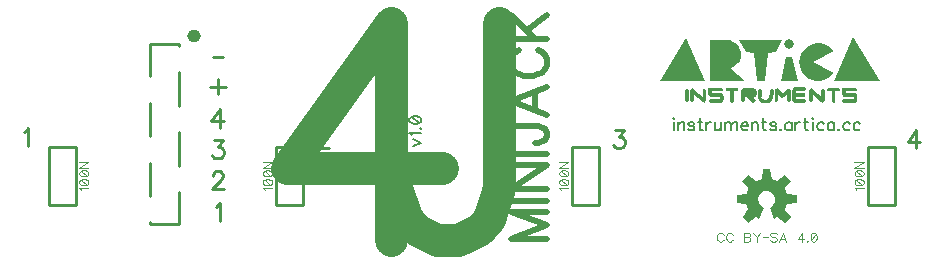
<source format=gbr>
G04 DipTrace 3.3.1.3*
G04 TopSilk.gbr*
%MOIN*%
G04 #@! TF.FileFunction,Legend,Top*
G04 #@! TF.Part,Single*
%ADD10C,0.009843*%
%ADD17O,0.04467X0.043737*%
%ADD19C,0.015584*%
%ADD20C,0.032777*%
%ADD21C,0.012511*%
%ADD22C,0.012511*%
%ADD23C,0.012438*%
%ADD24C,0.012438*%
%ADD25C,0.013974*%
%ADD26O,0.015584X0.014044*%
%ADD27O,0.026485X0.032763*%
%ADD28O,0.007829X0.006247*%
%ADD29C,0.014047*%
%ADD30O,0.015657X0.014044*%
%ADD31O,0.012438X0.014044*%
%ADD32O,0.012438X0.010921*%
%ADD44C,0.004632*%
%ADD45C,0.009264*%
%ADD46C,0.111163*%
%ADD47C,0.006176*%
%ADD48C,0.018527*%
%FSLAX26Y26*%
G04*
G70*
G90*
G75*
G01*
G04 TopSilk*
%LPD*%
X1045060Y843097D2*
D10*
X955060D1*
Y651097D1*
X1045060D1*
Y843097D1*
X1801092D2*
X1711092D1*
Y651097D1*
X1801092D1*
Y843097D1*
X2788581D2*
X2698581D1*
Y651097D1*
X2788581D1*
Y843097D1*
X3772961D2*
X3682961D1*
Y651097D1*
X3772961D1*
Y843097D1*
D17*
X1435967Y1213958D3*
X1289612Y680238D2*
D10*
Y790524D1*
Y585940D2*
Y593673D1*
Y585940D2*
X1387666D1*
Y692131D1*
Y778696D2*
Y892816D1*
X1289612Y880274D2*
Y990559D1*
X1387666Y978666D2*
Y1092852D1*
X1289612Y1080374D2*
Y1185850D1*
X1387666Y1178832D2*
Y1185850D1*
X1289612D1*
D19*
X3159050Y1033347D3*
G36*
X2992126Y1062987D2*
X3076484Y1206753D1*
X3142112Y1062987D1*
X2992126D1*
G37*
G36*
X3155940Y1200262D2*
X3215203D1*
X3223032Y1198712D1*
X3233933Y1194038D1*
X3241762Y1189363D1*
X3249517Y1183117D1*
X3254200Y1176870D1*
X3258882Y1167522D1*
X3260419Y1159702D1*
X3262028Y1148803D1*
X3260419Y1139433D1*
X3255736Y1128512D1*
X3249517Y1122265D1*
X3241762Y1116040D1*
X3232397Y1111344D1*
X3224568Y1108243D1*
X3272930Y1062987D1*
X3155940D1*
Y1200262D1*
G37*
G36*
X3254200D2*
X3397747D1*
X3377481Y1161275D1*
X3349386Y1156601D1*
X3340021Y1064559D1*
X3313462D1*
X3304097Y1156601D1*
X3276076Y1161275D1*
X3254200Y1200262D1*
G37*
G36*
X3411795Y1142556D2*
X3432061D1*
X3452328Y1062987D1*
X3393065D1*
X3411795Y1142556D1*
G37*
G36*
X3569317Y1089502D2*
X3500689Y1126961D1*
X3569317Y1162825D1*
X3559952Y1173746D1*
X3550587Y1179993D1*
X3538149Y1186240D1*
X3525638Y1189363D1*
X3511591D1*
X3499153Y1186240D1*
X3486642Y1181544D1*
X3475740Y1173746D1*
X3466375Y1162825D1*
X3460156Y1151905D1*
X3457010Y1139433D1*
X3455474Y1126961D1*
X3457010Y1112917D1*
X3460156Y1100423D1*
X3467912Y1087952D1*
X3477277Y1078604D1*
X3488178Y1070784D1*
X3500689Y1066110D1*
X3511591Y1062987D1*
X3525638D1*
X3538149Y1066110D1*
X3552197Y1072357D1*
X3569317Y1089502D1*
G37*
G36*
X3570854Y1064559D2*
X3634872Y1209633D1*
X3723766Y1062987D1*
X3570854Y1064559D1*
G37*
D20*
X3421892Y1185454D3*
G36*
X3074801Y1033347D2*
X3087312D1*
Y995910D1*
X3074801D1*
Y1033347D1*
G37*
D21*
X3081057Y1034909D3*
D22*
Y995910D3*
G36*
X3091995Y1033347D2*
X3104433D1*
Y995910D1*
X3091995D1*
Y1033347D1*
G37*
D23*
X3098214Y1034909D3*
D24*
Y995910D3*
G36*
X3132528Y1033347D2*
X3145039D1*
Y995910D1*
X3132528D1*
Y1033347D1*
G37*
D21*
X3138783Y1034909D3*
D22*
Y995910D3*
G36*
X3224568Y1031797D2*
X3237079D1*
Y994360D1*
X3224568D1*
Y1031797D1*
G37*
D21*
X3230824Y1033358D3*
Y994349D3*
D25*
X3195705Y1015404D3*
D26*
X3194900Y998258D3*
D19*
X3605204Y1033347D3*
G36*
X3212057Y1041145D2*
X3249517D1*
Y1028673D1*
X3212057D1*
Y1041145D1*
G37*
D21*
X3213630Y1034909D3*
D23*
X3247981D3*
G36*
X3262028Y1033347D2*
X3274466D1*
Y995910D1*
X3262028D1*
Y1033347D1*
G37*
D23*
X3268247Y1034909D3*
D24*
Y995910D3*
G36*
X3316609Y1033347D2*
X3329120D1*
Y1014629D1*
X3316609D1*
Y1033347D1*
G37*
D21*
X3322864Y1034909D3*
G36*
X3268247Y1041145D2*
X3302561D1*
Y1008382D1*
X3268247D1*
Y1041145D1*
G37*
G36*
X3357141Y1033347D2*
X3369652D1*
Y1019303D1*
X3357141D1*
Y1033347D1*
G37*
D21*
X3363397Y1034909D3*
D27*
X3300220Y1024763D3*
G36*
X3563098Y1031797D2*
X3575536D1*
Y994360D1*
X3563098D1*
Y1031797D1*
G37*
D23*
X3569317Y1033358D3*
Y994349D3*
G36*
X3550587Y1041145D2*
X3588047D1*
Y1028673D1*
X3550587D1*
Y1041145D1*
G37*
D21*
X3552160Y1034909D3*
X3586474D3*
G36*
X3430452Y1033347D2*
X3442963D1*
Y995910D1*
X3430452D1*
Y1033347D1*
G37*
D21*
X3436707Y1034909D3*
D22*
Y995910D3*
G36*
X3413331Y1033347D2*
X3425842D1*
Y995910D1*
X3413331D1*
Y1033347D1*
G37*
D21*
X3419587Y1034909D3*
D22*
Y995910D3*
G36*
X3372798Y1033347D2*
X3385236D1*
Y995910D1*
X3372798D1*
Y1033347D1*
G37*
D23*
X3379017Y1034909D3*
D24*
Y995910D3*
G36*
X3319755Y1017752D2*
X3329120D1*
Y1008382D1*
X3319755D1*
Y1017752D1*
G37*
D28*
X3398516Y1009955D3*
D29*
X3641896Y1015404D3*
D30*
X3641091Y998258D3*
G36*
X3606777Y1041145D2*
X3644237D1*
Y1028673D1*
X3606777D1*
Y1041145D1*
G37*
D23*
X3608314Y1034909D3*
D21*
X3642664D3*
G36*
X3602095Y1022426D2*
X3639555D1*
Y1011505D1*
X3602095D1*
Y1022426D1*
G37*
D31*
X3603631Y1018528D3*
G36*
X3602095Y1002157D2*
X3639555D1*
Y991236D1*
X3602095D1*
Y1002157D1*
G37*
G36*
X3098214Y1041145D2*
X3141893Y1002157D1*
X3140356Y989663D1*
X3134064Y992787D1*
X3098214Y1023999D1*
Y1041145D1*
G37*
G36*
X3486642Y1033347D2*
X3499153D1*
Y995910D1*
X3486642D1*
Y1033347D1*
G37*
D21*
X3492897Y1034909D3*
D22*
Y995910D3*
G36*
X3527175Y1033347D2*
X3539686D1*
Y995910D1*
X3527175D1*
Y1033347D1*
G37*
D21*
X3533430Y1034909D3*
D22*
Y995910D3*
G36*
X3492861Y1041145D2*
X3536540Y1002157D1*
X3535003Y989663D1*
X3528784Y992787D1*
X3492861Y1023999D1*
Y1041145D1*
G37*
G36*
X3160623D2*
X3198010D1*
Y1028673D1*
X3160623D1*
Y1041145D1*
G37*
D23*
X3162159Y1034909D3*
X3196473D3*
G36*
X3155940Y1022426D2*
X3193400D1*
Y1011505D1*
X3155940D1*
Y1022426D1*
G37*
D31*
X3157477Y1018528D3*
D32*
X3602095Y996697D3*
G36*
X3155940Y1002157D2*
X3193400D1*
Y991236D1*
X3155940D1*
Y1002157D1*
G37*
D32*
Y996697D3*
D23*
X3191791Y997472D3*
D22*
X3305670Y995910D3*
G36*
X3280758Y1009955D2*
X3301025Y991236D1*
X3310390Y1000584D1*
X3297879Y1013078D1*
X3280758Y1009955D1*
G37*
G36*
X3341557Y989663D2*
X3352459D1*
X3363433Y997483D1*
X3368116Y1008382D1*
X3369652Y1020876D1*
X3357141Y1022426D1*
X3355605Y1009955D1*
X3341557Y989663D1*
G37*
G36*
X3316609Y1020876D2*
Y1005281D1*
X3327510Y991236D1*
X3344704Y989663D1*
X3358751Y999034D1*
X3350922Y1003708D1*
X3344704Y1000584D1*
X3335339Y1002157D1*
X3316609Y1020876D1*
G37*
G36*
X3380554Y1041145D2*
X3399284Y1023999D1*
X3416477Y1039594D1*
X3422696Y1030224D1*
X3402430Y1009955D1*
X3394601D1*
X3380554Y1023999D1*
Y1041145D1*
G37*
G36*
X3151258Y1031797D2*
X3163696D1*
Y1019303D1*
X3151258D1*
Y1031797D1*
G37*
G36*
X3191791Y1013078D2*
X3202692D1*
Y999034D1*
X3191791D1*
Y1013078D1*
G37*
G36*
X3436744Y1042717D2*
X3474131D1*
Y1030224D1*
X3436744D1*
Y1042717D1*
G37*
D24*
X3438280Y1036471D3*
X3472594D3*
G36*
X3435134Y1022426D2*
X3472594D1*
Y1009955D1*
X3435134D1*
Y1022426D1*
G37*
D21*
X3436707Y1016190D3*
D23*
X3471058D3*
G36*
X3436744Y1002157D2*
X3474131D1*
Y989663D1*
X3436744D1*
Y1002157D1*
G37*
D24*
X3438280Y995910D3*
X3472594D3*
D21*
X3637982Y997472D3*
G36*
X3597412Y1031797D2*
X3609850D1*
Y1019303D1*
X3597412D1*
Y1031797D1*
G37*
G36*
X3637945Y1013078D2*
X3648920D1*
Y999034D1*
X3637945D1*
Y1013078D1*
G37*
G36*
X3332419Y769132D2*
X3358937D1*
X3363609Y737934D1*
X3382339Y730130D1*
X3407299Y750420D1*
X3427567Y730130D1*
X3407299Y705176D1*
X3415107Y688007D1*
X3446297Y683325D1*
Y655249D1*
X3415107Y652127D1*
X3407299Y633416D1*
X3426009Y608443D1*
X3407299Y589732D1*
X3382339Y608443D1*
X3371417Y603779D1*
X3355822Y641220D1*
X3366744Y650566D1*
X3374532Y661492D1*
Y673978D1*
X3371417Y684886D1*
X3362052Y692689D1*
X3351129Y697372D1*
X3338649D1*
X3327727Y691129D1*
X3321497Y681764D1*
X3318382Y669296D1*
X3321497Y656809D1*
X3329304Y645884D1*
X3337092Y641220D1*
X3321497Y603779D1*
X3310574Y608443D1*
X3285614Y589732D1*
X3266904Y608443D1*
X3285614Y634976D1*
X3277807Y652127D1*
X3246617Y655249D1*
Y683325D1*
X3279384Y686446D1*
X3285614Y705176D1*
X3265347Y730130D1*
X3285614Y748860D1*
X3310574Y730130D1*
X3329304Y736373D1*
X3332419Y769132D1*
G37*
X1061006Y699460D2*
D44*
X1059547Y702345D1*
X1055269Y706656D1*
X1085380D1*
X1055269Y724542D2*
X1056695Y720231D1*
X1061006Y717345D1*
X1068169Y715919D1*
X1072480D1*
X1079643Y717345D1*
X1083954Y720230D1*
X1085380Y724541D1*
Y727393D1*
X1083954Y731704D1*
X1079643Y734556D1*
X1072480Y736015D1*
X1068169D1*
X1061006Y734556D1*
X1056695Y731704D1*
X1055269Y727393D1*
Y724542D1*
X1061006Y734556D2*
X1079643Y717345D1*
X1055269Y753901D2*
X1056695Y749590D1*
X1061006Y746705D1*
X1068169Y745279D1*
X1072480D1*
X1079643Y746705D1*
X1083954Y749590D1*
X1085380Y753901D1*
Y756753D1*
X1083954Y761064D1*
X1079643Y763916D1*
X1072480Y765375D1*
X1068169D1*
X1061006Y763916D1*
X1056695Y761064D1*
X1055269Y756753D1*
Y753901D1*
X1061006Y763916D2*
X1079643Y746705D1*
X1055236Y794735D2*
X1085380Y794734D1*
X1055236Y774639D1*
X1085380Y774638D1*
X1672928Y699460D2*
X1671469Y702345D1*
X1667191Y706656D1*
X1697302D1*
X1667191Y724542D2*
X1668617Y720231D1*
X1672928Y717345D1*
X1680091Y715919D1*
X1684402D1*
X1691565Y717345D1*
X1695876Y720230D1*
X1697302Y724541D1*
Y727393D1*
X1695876Y731704D1*
X1691565Y734556D1*
X1684402Y736015D1*
X1680091D1*
X1672928Y734556D1*
X1668617Y731704D1*
X1667191Y727393D1*
Y724542D1*
X1672928Y734556D2*
X1691565Y717345D1*
X1667191Y753901D2*
X1668617Y749590D1*
X1672928Y746705D1*
X1680091Y745279D1*
X1684402D1*
X1691565Y746705D1*
X1695876Y749590D1*
X1697302Y753901D1*
Y756753D1*
X1695876Y761064D1*
X1691565Y763916D1*
X1684402Y765375D1*
X1680091D1*
X1672928Y763916D1*
X1668617Y761064D1*
X1667191Y756753D1*
Y753901D1*
X1672928Y763916D2*
X1691565Y746705D1*
X1667158Y794735D2*
X1697302Y794734D1*
X1667158Y774639D1*
X1697302Y774638D1*
X2660418Y699460D2*
X2658959Y702345D1*
X2654681Y706656D1*
X2684792D1*
X2654681Y724542D2*
X2656107Y720231D1*
X2660418Y717345D1*
X2667581Y715919D1*
X2671892D1*
X2679055Y717345D1*
X2683366Y720230D1*
X2684792Y724541D1*
Y727393D1*
X2683366Y731704D1*
X2679055Y734556D1*
X2671892Y736015D1*
X2667581D1*
X2660418Y734556D1*
X2656107Y731704D1*
X2654681Y727393D1*
Y724542D1*
X2660418Y734556D2*
X2679055Y717345D1*
X2654681Y753901D2*
X2656107Y749590D1*
X2660418Y746705D1*
X2667581Y745279D1*
X2671892D1*
X2679055Y746705D1*
X2683366Y749590D1*
X2684792Y753901D1*
Y756753D1*
X2683366Y761064D1*
X2679055Y763916D1*
X2671892Y765375D1*
X2667581D1*
X2660418Y763916D1*
X2656107Y761064D1*
X2654681Y756753D1*
Y753901D1*
X2660418Y763916D2*
X2679055Y746705D1*
X2654648Y794735D2*
X2684792Y794734D1*
X2654648Y774639D1*
X2684792Y774638D1*
X3644797Y699460D2*
X3643338Y702345D1*
X3639060Y706656D1*
X3669171D1*
X3639060Y724542D2*
X3640486Y720231D1*
X3644797Y717345D1*
X3651960Y715919D1*
X3656271D1*
X3663434Y717345D1*
X3667745Y720230D1*
X3669171Y724541D1*
Y727393D1*
X3667745Y731704D1*
X3663434Y734556D1*
X3656271Y736015D1*
X3651960D1*
X3644797Y734556D1*
X3640486Y731704D1*
X3639060Y727393D1*
Y724542D1*
X3644797Y734556D2*
X3663434Y717345D1*
X3639060Y753901D2*
X3640486Y749590D1*
X3644797Y746705D1*
X3651960Y745279D1*
X3656271D1*
X3663434Y746705D1*
X3667745Y749590D1*
X3669171Y753901D1*
Y756753D1*
X3667745Y761064D1*
X3663434Y763916D1*
X3656271Y765375D1*
X3651960D1*
X3644797Y763916D1*
X3640486Y761064D1*
X3639060Y756753D1*
Y753901D1*
X3644797Y763916D2*
X3663434Y746705D1*
X3639027Y794735D2*
X3669171Y794734D1*
X3639027Y774639D1*
X3669171Y774638D1*
X1499582Y747937D2*
D45*
Y750789D1*
X1502433Y756559D1*
X1505285Y759411D1*
X1511055Y762263D1*
X1522529D1*
X1528233Y759411D1*
X1531085Y756559D1*
X1534003Y750789D1*
Y745085D1*
X1531085Y739315D1*
X1525381Y730759D1*
X1496663Y702041D1*
X1536855D1*
X1500178Y1144643D2*
X1533339D1*
X1516726Y1070479D2*
Y1018813D1*
X1490926Y1044612D2*
X1542592D1*
X1523955Y908293D2*
Y968515D1*
X1495237Y928389D1*
X1538281D1*
X1502433Y865398D2*
X1533937D1*
X1516759Y842450D1*
X1525381D1*
X1531085Y839598D1*
X1533937Y836746D1*
X1536855Y828124D1*
Y822421D1*
X1533937Y813799D1*
X1528233Y808028D1*
X1519611Y805177D1*
X1510989D1*
X1502433Y808028D1*
X1499582Y810947D1*
X1496663Y816650D1*
X1849669Y885431D2*
Y888283D1*
X1852521Y894053D1*
X1855373Y896905D1*
X1861143Y899756D1*
X1872617D1*
X1878321Y896905D1*
X1881173Y894053D1*
X1884091Y888283D1*
Y882579D1*
X1881173Y876809D1*
X1875469Y868253D1*
X1846751Y839535D1*
X1886943D1*
X2840020Y899756D2*
X2871524D1*
X2854346Y876809D1*
X2862968D1*
X2868672Y873957D1*
X2871524Y871105D1*
X2874442Y862483D1*
Y856779D1*
X2871524Y848157D1*
X2865820Y842387D1*
X2857198Y839535D1*
X2848576D1*
X2840020Y842387D1*
X2837168Y845305D1*
X2834250Y851009D1*
X3844618Y839535D2*
Y899756D1*
X3815899Y859631D1*
X3858943D1*
X870325Y894534D2*
X876095Y897453D1*
X884717Y906008D1*
Y845787D1*
X2093085Y533105D2*
D46*
Y1255765D1*
X1748468Y774257D1*
X2264995D1*
X2455585Y1256561D2*
Y705811D1*
X2421362Y602347D1*
X2386343Y568124D1*
X2317898Y533105D1*
X2248656D1*
X2180210Y568124D1*
X2145987Y602347D1*
X2110968Y705811D1*
Y774257D1*
X2168094Y846584D2*
D47*
X2194889Y858080D1*
X2168094Y869532D1*
X2162390Y881883D2*
X2160445Y885730D1*
X2154741Y891478D1*
X2194889D1*
X2191042Y905731D2*
X2192988Y903829D1*
X2194889Y905731D1*
X2192988Y907676D1*
X2191042Y905731D1*
X2154741Y931524D2*
X2156642Y925776D1*
X2162390Y921929D1*
X2171941Y920028D1*
X2177689D1*
X2187240Y921929D1*
X2192988Y925776D1*
X2194889Y931524D1*
Y935326D1*
X2192988Y941074D1*
X2187240Y944877D1*
X2177689Y946822D1*
X2171941D1*
X2162390Y944877D1*
X2156642Y941074D1*
X2154741Y935326D1*
Y931524D1*
X2162390Y944877D2*
X2187240Y921929D1*
X2613706Y627538D2*
D48*
X2493130D1*
X2613706Y581642D1*
X2493130Y535747D1*
X2613706D1*
X2493130Y664592D2*
X2613706D1*
X2493130Y782031D2*
X2613706D1*
X2493130Y701647D1*
X2613706D1*
X2493130Y819085D2*
X2613706D1*
X2493130Y913575D2*
X2584922D1*
X2602166Y907871D1*
X2607870Y902035D1*
X2613706Y890627D1*
Y879087D1*
X2607870Y867679D1*
X2602166Y861975D1*
X2584922Y856139D1*
X2573514D1*
X2613706Y1042553D2*
X2493130Y996525D1*
X2613706Y950629D1*
X2573514Y967873D2*
Y1025309D1*
X2521782Y1165696D2*
X2510374Y1159992D1*
X2498834Y1148451D1*
X2493130Y1137044D1*
Y1114096D1*
X2498834Y1102556D1*
X2510374Y1091148D1*
X2521782Y1085312D1*
X2539026Y1079608D1*
X2567810D1*
X2584922Y1085311D1*
X2596462Y1091148D1*
X2607870Y1102556D1*
X2613706Y1114096D1*
Y1137044D1*
X2607870Y1148451D1*
X2596462Y1159992D1*
X2584922Y1165696D1*
X2493130Y1202750D2*
X2613706D1*
X2493130Y1283134D2*
X2573514Y1202750D1*
X2544730Y1231401D2*
X2613706Y1283134D1*
X1509562Y644541D2*
D45*
X1515332Y647459D1*
X1523954Y656015D1*
Y595793D1*
X3034777Y938577D2*
D47*
X3036678Y936676D1*
X3038624Y938577D1*
X3036678Y940523D1*
X3034777Y938577D1*
X3036678Y925180D2*
Y898385D1*
X3050975Y925180D2*
Y898385D1*
Y917531D2*
X3056723Y923279D1*
X3060570Y925180D1*
X3066274D1*
X3070120Y923279D1*
X3072022Y917531D1*
Y898385D1*
X3105420Y919432D2*
X3103518Y923279D1*
X3097770Y925180D1*
X3092022D1*
X3086274Y923279D1*
X3084373Y919432D1*
X3086274Y915629D1*
X3090121Y913684D1*
X3099672Y911783D1*
X3103518Y909881D1*
X3105420Y906035D1*
Y904133D1*
X3103518Y900331D1*
X3097770Y898385D1*
X3092022D1*
X3086274Y900331D1*
X3084373Y904133D1*
X3123519Y938577D2*
Y906035D1*
X3125420Y900331D1*
X3129267Y898385D1*
X3133070D1*
X3117771Y925180D2*
X3131168D1*
X3145421D2*
Y898385D1*
Y913684D2*
X3147367Y919432D1*
X3151169Y923279D1*
X3155016Y925180D1*
X3160764D1*
X3173115D2*
Y906035D1*
X3175017Y900331D1*
X3178863Y898385D1*
X3184611D1*
X3188414Y900331D1*
X3194162Y906035D1*
Y925180D2*
Y898385D1*
X3206513Y925180D2*
Y898385D1*
Y917531D2*
X3212261Y923279D1*
X3216108Y925180D1*
X3221812D1*
X3225659Y923279D1*
X3227560Y917531D1*
Y898385D1*
Y917531D2*
X3233308Y923279D1*
X3237155Y925180D1*
X3242859D1*
X3246705Y923279D1*
X3248651Y917531D1*
Y898385D1*
X3261002Y913684D2*
X3283950D1*
Y917531D1*
X3282049Y921378D1*
X3280148Y923279D1*
X3276301Y925180D1*
X3270553D1*
X3266750Y923279D1*
X3262903Y919432D1*
X3261002Y913684D1*
Y909881D1*
X3262903Y904133D1*
X3266750Y900331D1*
X3270553Y898385D1*
X3276301D1*
X3280148Y900331D1*
X3283950Y904133D1*
X3296302Y925180D2*
Y898385D1*
Y917531D2*
X3302050Y923279D1*
X3305896Y925180D1*
X3311600D1*
X3315447Y923279D1*
X3317348Y917531D1*
Y898385D1*
X3335448Y938577D2*
Y906035D1*
X3337349Y900331D1*
X3341196Y898385D1*
X3344998D1*
X3329700Y925180D2*
X3343097D1*
X3378396Y919432D2*
X3376495Y923279D1*
X3370747Y925180D1*
X3364999D1*
X3359251Y923279D1*
X3357350Y919432D1*
X3359251Y915629D1*
X3363098Y913684D1*
X3372648Y911783D1*
X3376495Y909881D1*
X3378396Y906035D1*
Y904133D1*
X3376495Y900331D1*
X3370747Y898385D1*
X3364999D1*
X3359251Y900331D1*
X3357350Y904133D1*
X3392649Y902232D2*
X3390748Y900287D1*
X3392649Y898385D1*
X3394594Y900287D1*
X3392649Y902232D1*
X3429894Y925180D2*
Y898385D1*
Y919432D2*
X3426091Y923279D1*
X3422244Y925180D1*
X3416541D1*
X3412694Y923279D1*
X3408891Y919432D1*
X3406946Y913684D1*
Y909881D1*
X3408891Y904133D1*
X3412694Y900331D1*
X3416541Y898385D1*
X3422244D1*
X3426091Y900331D1*
X3429894Y904133D1*
X3442245Y925180D2*
Y898385D1*
Y913684D2*
X3444191Y919432D1*
X3447993Y923279D1*
X3451840Y925180D1*
X3457588D1*
X3475687Y938577D2*
Y906035D1*
X3477589Y900331D1*
X3481435Y898385D1*
X3485238D1*
X3469939Y925180D2*
X3483337D1*
X3497589Y938577D2*
X3499491Y936676D1*
X3501436Y938577D1*
X3499491Y940523D1*
X3497589Y938577D1*
X3499491Y925180D2*
Y898385D1*
X3536780Y919432D2*
X3532933Y923279D1*
X3529086Y925180D1*
X3523382D1*
X3519535Y923279D1*
X3515733Y919432D1*
X3513787Y913684D1*
Y909881D1*
X3515733Y904133D1*
X3519535Y900331D1*
X3523382Y898385D1*
X3529086D1*
X3532933Y900331D1*
X3536780Y904133D1*
X3572079Y925180D2*
Y898385D1*
Y919432D2*
X3568276Y923279D1*
X3564430Y925180D1*
X3558726D1*
X3554879Y923279D1*
X3551076Y919432D1*
X3549131Y913684D1*
Y909881D1*
X3551076Y904133D1*
X3554879Y900331D1*
X3558726Y898385D1*
X3564430D1*
X3568276Y900331D1*
X3572079Y904133D1*
X3586332Y902232D2*
X3584430Y900287D1*
X3586332Y898385D1*
X3588277Y900287D1*
X3586332Y902232D1*
X3623621Y919432D2*
X3619774Y923279D1*
X3615927Y925180D1*
X3610223D1*
X3606376Y923279D1*
X3602574Y919432D1*
X3600628Y913684D1*
Y909881D1*
X3602574Y904133D1*
X3606376Y900331D1*
X3610223Y898385D1*
X3615927D1*
X3619774Y900331D1*
X3623621Y904133D1*
X3658964Y919432D2*
X3655117Y923279D1*
X3651271Y925180D1*
X3645567D1*
X3641720Y923279D1*
X3637917Y919432D1*
X3635972Y913684D1*
Y909881D1*
X3637917Y904133D1*
X3641720Y900331D1*
X3645567Y898385D1*
X3651271D1*
X3655117Y900331D1*
X3658964Y904133D1*
X3202421Y550416D2*
D44*
X3200995Y553268D1*
X3198109Y556153D1*
X3195258Y557579D1*
X3189521D1*
X3186636Y556153D1*
X3183784Y553268D1*
X3182325Y550416D1*
X3180899Y546105D1*
Y538909D1*
X3182325Y534631D1*
X3183784Y531746D1*
X3186636Y528894D1*
X3189521Y527435D1*
X3195258D1*
X3198109Y528894D1*
X3200995Y531746D1*
X3202421Y534631D1*
X3233206Y550416D2*
X3231780Y553268D1*
X3228895Y556153D1*
X3226043Y557579D1*
X3220306D1*
X3217421Y556153D1*
X3214569Y553268D1*
X3213110Y550416D1*
X3211684Y546105D1*
Y538909D1*
X3213110Y534631D1*
X3214569Y531746D1*
X3217421Y528894D1*
X3220306Y527435D1*
X3226043D1*
X3228895Y528894D1*
X3231780Y531746D1*
X3233206Y534631D1*
X3271630Y557579D2*
Y527435D1*
X3284563D1*
X3288874Y528894D1*
X3290300Y530320D1*
X3291726Y533172D1*
Y537483D1*
X3290300Y540368D1*
X3288874Y541794D1*
X3284563Y543220D1*
X3288874Y544679D1*
X3290300Y546105D1*
X3291726Y548957D1*
Y551842D1*
X3290300Y554694D1*
X3288874Y556153D1*
X3284563Y557579D1*
X3271630D1*
Y543220D2*
X3284563D1*
X3300990Y557579D2*
X3312464Y543220D1*
Y527435D1*
X3323938Y557579D2*
X3312464Y543220D1*
X3333201Y542491D2*
X3349782D1*
X3379142Y553268D2*
X3376290Y556153D1*
X3371979Y557579D1*
X3366242D1*
X3361931Y556153D1*
X3359046Y553268D1*
Y550416D1*
X3360505Y547531D1*
X3361931Y546105D1*
X3364783Y544679D1*
X3373405Y541794D1*
X3376290Y540368D1*
X3377716Y538909D1*
X3379142Y536057D1*
Y531746D1*
X3376290Y528894D1*
X3371979Y527435D1*
X3366242D1*
X3361931Y528894D1*
X3359046Y531746D1*
X3411386Y527435D2*
X3399879Y557579D1*
X3388405Y527435D1*
X3392716Y537483D2*
X3407075D1*
X3464169Y527435D2*
Y557546D1*
X3449810Y537483D1*
X3471332D1*
X3482022Y530320D2*
X3480596Y528861D1*
X3482022Y527435D1*
X3483481Y528861D1*
X3482022Y530320D1*
X3501366Y557546D2*
X3497055Y556120D1*
X3494170Y551809D1*
X3492744Y544646D1*
Y540335D1*
X3494170Y533172D1*
X3497055Y528861D1*
X3501366Y527435D1*
X3504218D1*
X3508529Y528861D1*
X3511381Y533172D1*
X3512840Y540335D1*
Y544646D1*
X3511381Y551809D1*
X3508529Y556120D1*
X3504218Y557546D1*
X3501366D1*
X3511381Y551809D2*
X3494170Y533172D1*
M02*

</source>
